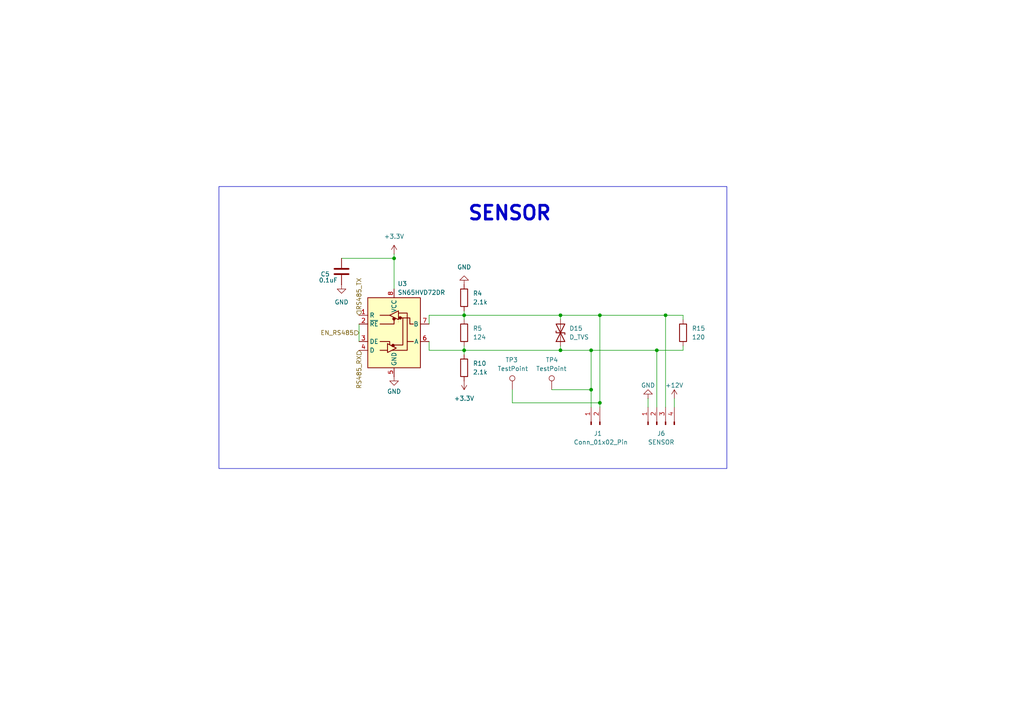
<source format=kicad_sch>
(kicad_sch (version 20231120) (generator "eeschema") (generator_version "8.0")
  (paper "A4")
  (lib_symbols
    (symbol "Connector:Conn_01x02_Pin" (pin_names (offset 1.016) hide)
      (property "Reference" "J" (at 0 2.54 0))
      (property "Value" "Conn_01x02_Pin" (at 0 -5.08 0))
      (symbol "Conn_01x02_Pin_1_1"
        (polyline (pts (xy 1.27 -2.54) (xy 0.8636 -2.54)) (stroke (width 0.1524)))
        (polyline (pts (xy 1.27 0) (xy 0.8636 0)) (stroke (width 0.1524)))
        (rectangle (start 0.8636 -2.413) (end 0 -2.667) (stroke (width 0.1524)) (fill (type outline)))
        (rectangle (start 0.8636 0.127) (end 0 -0.127) (stroke (width 0.1524)) (fill (type outline)))
        (pin passive line (at 5.08 0 180) (length 3.81) (name "Pin_1") (number "1"))
        (pin passive line (at 5.08 -2.54 180) (length 3.81) (name "Pin_2") (number "2"))
      )
    )
    (symbol "Connector:Conn_01x04_Pin" (pin_names (offset 1.016) hide)
      (property "Reference" "J" (at 0 5.08 0))
      (property "Value" "Conn_01x04_Pin" (at 0 -7.62 0))
      (symbol "Conn_01x04_Pin_1_1"
        (polyline (pts (xy 1.27 -5.08) (xy 0.8636 -5.08)) (stroke (width 0.1524)))
        (polyline (pts (xy 1.27 -2.54) (xy 0.8636 -2.54)) (stroke (width 0.1524)))
        (polyline (pts (xy 1.27 0) (xy 0.8636 0)) (stroke (width 0.1524)))
        (polyline (pts (xy 1.27 2.54) (xy 0.8636 2.54)) (stroke (width 0.1524)))
        (rectangle (start 0.8636 -4.953) (end 0 -5.207) (stroke (width 0.1524)) (fill (type outline)))
        (rectangle (start 0.8636 -2.413) (end 0 -2.667) (stroke (width 0.1524)) (fill (type outline)))
        (rectangle (start 0.8636 0.127) (end 0 -0.127) (stroke (width 0.1524)) (fill (type outline)))
        (rectangle (start 0.8636 2.667) (end 0 2.413) (stroke (width 0.1524)) (fill (type outline)))
        (pin passive line (at 5.08 2.54 180) (length 3.81) (name "Pin_1") (number "1"))
        (pin passive line (at 5.08 0 180) (length 3.81) (name "Pin_2") (number "2"))
        (pin passive line (at 5.08 -2.54 180) (length 3.81) (name "Pin_3") (number "3"))
        (pin passive line (at 5.08 -5.08 180) (length 3.81) (name "Pin_4") (number "4"))
      )
    )
    (symbol "Connector:TestPoint" (pin_numbers hide) (pin_names (offset 0.762) hide)
      (property "Reference" "TP" (at 0 6.858 0))
      (property "Value" "TestPoint" (at 0 5.08 0))
      (symbol "TestPoint_0_1"
        (circle (center 0 3.302) (radius 0.762))
      )
      (symbol "TestPoint_1_1"
        (pin passive line (at 0 0 90) (length 2.54) (name "1") (number "1"))
      )
    )
    (symbol "Device:C" (pin_numbers hide) (pin_names (offset 0.254))
      (property "Reference" "C" (at 0.635 2.54 0))
      (property "Value" "C" (at 0.635 -2.54 0))
      (symbol "C_0_1"
        (polyline (pts (xy -2.032 -0.762) (xy 2.032 -0.762)) (stroke (width 0.508)))
        (polyline (pts (xy -2.032 0.762) (xy 2.032 0.762)) (stroke (width 0.508)))
      )
      (symbol "C_1_1"
        (pin passive line (at 0 3.81 270) (length 2.794) (name "~") (number "1"))
        (pin passive line (at 0 -3.81 90) (length 2.794) (name "~") (number "2"))
      )
    )
    (symbol "Device:D_TVS" (pin_numbers hide) (pin_names (offset 1.016) hide)
      (property "Reference" "D" (at 0 2.54 0))
      (property "Value" "D_TVS" (at 0 -2.54 0))
      (symbol "D_TVS_0_1"
        (polyline (pts (xy 1.27 0) (xy -1.27 0)))
        (polyline (pts (xy 0.508 1.27) (xy 0 1.27) (xy 0 -1.27) (xy -0.508 -1.27)) (stroke (width 0.254)))
        (polyline (pts (xy -2.54 1.27) (xy -2.54 -1.27) (xy 2.54 1.27) (xy 2.54 -1.27) (xy -2.54 1.27)) (stroke (width 0.254)))
      )
      (symbol "D_TVS_1_1"
        (pin passive line (at -3.81 0 0) (length 2.54) (name "A1") (number "1"))
        (pin passive line (at 3.81 0 180) (length 2.54) (name "A2") (number "2"))
      )
    )
    (symbol "Device:R" (pin_numbers hide) (pin_names (offset 0))
      (property "Reference" "R" (at 2.032 0 90))
      (property "Value" "R" (at 0 0 90))
      (symbol "R_0_1"
        (rectangle (start -1.016 -2.54) (end 1.016 2.54) (stroke (width 0.254)))
      )
      (symbol "R_1_1"
        (pin passive line (at 0 3.81 270) (length 1.27) (name "~") (number "1"))
        (pin passive line (at 0 -3.81 90) (length 1.27) (name "~") (number "2"))
      )
    )
    (symbol "Interface_UART:SN65HVD11HD"
      (property "Reference" "U" (at -7.62 12.7 0))
      (property "Value" "SN65HVD11HD" (at 2.54 12.7 0))
      (symbol "SN65HVD11HD_0_1"
        (rectangle (start -7.62 10.16) (end 7.62 -10.16) (stroke (width 0.254)) (fill (type background)))
        (circle (center -0.3048 -3.683) (radius 0.3556) (stroke (width 0.254)) (fill (type outline)))
        (circle (center -0.0254 4.0386) (radius 0.3556) (stroke (width 0.254)) (fill (type outline)))
        (polyline (pts (xy -4.064 -5.08) (xy -1.905 -5.08)) (stroke (width 0.254)))
        (polyline (pts (xy -4.064 5.08) (xy -1.27 5.08)) (stroke (width 0.254)))
        (polyline (pts (xy -1.27 -3.2004) (xy -1.27 -3.4544)) (stroke (width 0.254)))
        (polyline (pts (xy -4.064 -2.54) (xy -1.27 -2.54) (xy -1.27 -3.175)) (stroke (width 0.254)))
        (polyline (pts (xy 0 3.81) (xy 0 2.54) (xy -4.064 2.54)) (stroke (width 0.254)))
        (polyline (pts (xy 1.27 5.715) (xy 3.81 5.715) (xy 3.81 -2.54)) (stroke (width 0.254)))
        (polyline (pts (xy 2.54 4.318) (xy 2.54 -3.556) (xy -0.254 -3.556)) (stroke (width 0.254)))
        (polyline (pts (xy -1.905 -3.175) (xy -1.905 -5.715) (xy 0.635 -4.445) (xy -1.905 -3.175)) (stroke (width 0.254)))
        (polyline (pts (xy -1.27 5.08) (xy 1.27 6.35) (xy 1.27 3.81) (xy -1.27 5.08)) (stroke (width 0.254)))
        (polyline (pts (xy -0.508 -5.08) (xy 3.81 -5.08) (xy 3.81 -2.54) (xy 5.588 -2.54)) (stroke (width 0.254)))
        (polyline (pts (xy 2.032 4.318) (xy 4.572 4.318) (xy 4.572 2.54) (xy 5.588 2.54)) (stroke (width 0.254)))
        (rectangle (start 1.27 3.175) (end 1.27 3.175))
        (circle (center 1.778 4.318) (radius 0.3556) (stroke (width 0.254)) (fill (type outline)))
      )
      (symbol "SN65HVD11HD_1_1"
        (pin output line (at -10.16 5.08 0) (length 2.54) (name "R") (number "1"))
        (pin input line (at -10.16 2.54 0) (length 2.54) (name "~{RE}") (number "2"))
        (pin input line (at -10.16 -2.54 0) (length 2.54) (name "DE") (number "3"))
        (pin input line (at -10.16 -5.08 0) (length 2.54) (name "D") (number "4"))
        (pin power_in line (at 0 -12.7 90) (length 2.54) (name "GND") (number "5"))
        (pin bidirectional line (at 10.16 -2.54 180) (length 2.54) (name "A") (number "6"))
        (pin bidirectional line (at 10.16 2.54 180) (length 2.54) (name "B") (number "7"))
        (pin power_in line (at 0 12.7 270) (length 2.54) (name "VCC") (number "8"))
      )
    )
    (symbol "power:+12V" (power) (pin_numbers hide) (pin_names (offset 0) hide)
      (property "Value" "+12V" (at 0 3.556 0))
      (symbol "+12V_0_1"
        (polyline (pts (xy -0.762 1.27) (xy 0 2.54)))
        (polyline (pts (xy 0 0) (xy 0 2.54)))
        (polyline (pts (xy 0 2.54) (xy 0.762 1.27)))
      )
      (symbol "+12V_1_1"
        (pin power_in line (at 0 0 90) (length 0) (name "~") (number "1"))
      )
    )
    (symbol "power:+3.3V" (power) (pin_numbers hide) (pin_names (offset 0) hide)
      (property "Value" "+3.3V" (at 0 3.556 0))
      (symbol "+3.3V_0_1"
        (polyline (pts (xy -0.762 1.27) (xy 0 2.54)))
        (polyline (pts (xy 0 0) (xy 0 2.54)))
        (polyline (pts (xy 0 2.54) (xy 0.762 1.27)))
      )
      (symbol "+3.3V_1_1"
        (pin power_in line (at 0 0 90) (length 0) (name "~") (number "1"))
      )
    )
    (symbol "power:GND" (power) (pin_numbers hide) (pin_names (offset 0) hide)
      (property "Value" "GND" (at 0 -3.81 0))
      (symbol "GND_0_1"
        (polyline (pts (xy 0 0) (xy 0 -1.27) (xy 1.27 -1.27) (xy 0 -2.54) (xy -1.27 -1.27) (xy 0 -1.27)))
      )
      (symbol "GND_1_1"
        (pin power_in line (at 0 0 270) (length 0) (name "~") (number "1"))
      )
    )
  )
  (junction (at 173.99 91.44))
  (junction (at 171.45 101.6))
  (junction (at 162.56 91.44))
  (junction (at 171.45 113.03))
  (junction (at 173.99 116.84))
  (junction (at 134.62 91.44))
  (junction (at 190.5 101.6))
  (junction (at 134.62 101.6))
  (junction (at 162.56 101.6))
  (junction (at 114.3 74.93))
  (junction (at 193.04 91.44))
  (wire (pts (xy 134.62 101.6) (xy 134.62 102.87)))
  (wire (pts (xy 134.62 90.17) (xy 134.62 91.44)))
  (wire (pts (xy 198.12 101.6) (xy 190.5 101.6)))
  (wire (pts (xy 124.46 101.6) (xy 134.62 101.6)))
  (wire (pts (xy 198.12 91.44) (xy 198.12 92.71)))
  (wire (pts (xy 198.12 100.33) (xy 198.12 101.6)))
  (wire (pts (xy 124.46 99.06) (xy 124.46 101.6)))
  (wire (pts (xy 171.45 113.03) (xy 171.45 118.11)))
  (wire (pts (xy 173.99 91.44) (xy 193.04 91.44)))
  (wire (pts (xy 104.14 93.98) (xy 104.14 99.06)))
  (wire (pts (xy 114.3 73.66) (xy 114.3 74.93)))
  (wire (pts (xy 160.02 113.03) (xy 171.45 113.03)))
  (wire (pts (xy 99.06 74.93) (xy 114.3 74.93)))
  (wire (pts (xy 173.99 91.44) (xy 162.56 91.44)))
  (wire (pts (xy 171.45 101.6) (xy 162.56 101.6)))
  (wire (pts (xy 134.62 91.44) (xy 162.56 91.44)))
  (wire (pts (xy 162.56 91.44) (xy 162.56 92.71)))
  (wire (pts (xy 171.45 101.6) (xy 190.5 101.6)))
  (wire (pts (xy 162.56 100.33) (xy 162.56 101.6)))
  (wire (pts (xy 190.5 101.6) (xy 190.5 118.11)))
  (wire (pts (xy 134.62 101.6) (xy 162.56 101.6)))
  (wire (pts (xy 148.59 113.03) (xy 148.59 116.84)))
  (wire (pts (xy 134.62 91.44) (xy 134.62 92.71)))
  (wire (pts (xy 148.59 116.84) (xy 173.99 116.84)))
  (wire (pts (xy 187.96 118.11) (xy 187.96 115.57)))
  (wire (pts (xy 134.62 100.33) (xy 134.62 101.6)))
  (wire (pts (xy 173.99 116.84) (xy 173.99 118.11)))
  (wire (pts (xy 193.04 91.44) (xy 193.04 118.11)))
  (wire (pts (xy 114.3 74.93) (xy 114.3 83.82)))
  (wire (pts (xy 124.46 91.44) (xy 124.46 93.98)))
  (wire (pts (xy 198.12 91.44) (xy 193.04 91.44)))
  (wire (pts (xy 124.46 91.44) (xy 134.62 91.44)))
  (wire (pts (xy 173.99 91.44) (xy 173.99 116.84)))
  (wire (pts (xy 195.58 118.11) (xy 195.58 115.57)))
  (wire (pts (xy 171.45 101.6) (xy 171.45 113.03)))
  (rectangle (start 63.5 54.102) (end 210.82 135.89))
  (text "SENSOR\n" (at 147.828 61.976 0) (effects (font (size 4 4) (bold yes))))
  (hierarchical_label "RS485_TX" (shape input) (at 104.14 91.44 90))
  (hierarchical_label "RS485_RX" (shape input) (at 104.14 101.6 270))
  (hierarchical_label "EN_RS485" (shape input) (at 104.14 96.52 180))
  (symbol (lib_id "power:GND") (at 114.3 109.22 0) (unit 1)
    (property "Reference" "#PWR022" (effects (hide yes)))
    (property "Value" "GND" (at 114.3 113.538 0))
    (property "Description" "Power symbol creates a global label with name \"GND\" , ground" (effects (hide yes)))
  )
  (symbol (lib_id "power:GND") (at 134.62 82.55 180) (unit 1)
    (property "Reference" "#PWR023" (effects (hide yes)))
    (property "Value" "GND" (at 134.62 77.47 0))
    (property "Description" "Power symbol creates a global label with name \"GND\" , ground" (effects (hide yes)))
  )
  (symbol (lib_id "power:+12V") (at 195.58 115.57 0) (unit 1)
    (property "Reference" "#PWR037" (effects (hide yes)))
    (property "Value" "+12V" (at 195.58 111.76 0))
    (property "Description" "Power symbol creates a global label with name \"+12V\"" (effects (hide yes)))
  )
  (symbol (lib_id "Connector:Conn_01x02_Pin") (at 171.45 123.19 90) (unit 1)
    (property "Reference" "J1" (at 172.212 125.73 90) (effects (justify right)))
    (property "Value" "Conn_01x02_Pin" (at 166.37 128.27 90) (effects (justify right)))
    (property "Footprint" "hydroB:Din sensor" (effects (hide yes)))
  )
  (symbol (lib_id "power:GND") (at 99.06 82.55 0) (unit 1)
    (property "Reference" "#PWR020" (effects (hide yes)))
    (property "Value" "GND" (at 99.06 87.63 0))
    (property "Description" "Power symbol creates a global label with name \"GND\" , ground" (effects (hide yes)))
  )
  (symbol (lib_id "Connector:TestPoint") (at 148.59 113.03 0) (unit 1)
    (property "Reference" "TP3" (at 146.558 104.394 0) (effects (justify left)))
    (property "Value" "TestPoint" (at 144.272 106.934 0) (effects (justify left)))
    (property "Footprint" "TestPoint:TestPoint_Loop_D1.80mm_Drill1.0mm_Beaded" (effects (hide yes)))
    (property "Description" "test point" (effects (hide yes)))
  )
  (symbol (lib_id "Device:R") (at 134.62 96.52 180) (unit 1)
    (property "Reference" "R5" (at 137.16 95.2499 0) (effects (justify right)))
    (property "Value" "124" (at 137.16 97.7899 0) (effects (justify right)))
    (property "Footprint" "Resistor_SMD:R_0603_1608Metric" (effects (hide yes)))
    (property "Description" "62.5mW Thick Film Resistors 50V ±100ppm/℃ ±1% 10kΩ 0402" (effects (hide yes)))
    (property "MFR" "0402WGF1002TCE" (effects (hide yes)))
    (property "LCSC" "C25744" (effects (hide yes)))
  )
  (symbol (lib_id "Interface_UART:SN65HVD11HD") (at 114.3 96.52 0) (unit 1)
    (property "Reference" "U3" (at 115.316 82.296 0) (effects (justify left)))
    (property "Value" "SN65HVD72DR" (at 115.316 84.836 0) (effects (justify left)))
    (property "Footprint" "Package_SO:SOIC-8_3.9x4.9mm_P1.27mm" (effects (hide yes)))
    (property "Datasheet" "https://wmsc.lcsc.com/wmsc/upload/file/pdf/v2/lcsc/1810161612_Texas-Instruments-SN65HVD72DR_C48125.pdf" (effects (hide yes)))
    (property "Description" "3.3V, RS-485 Transceiver, SOIC-8" (effects (hide yes)))
    (property "LCSC" " C48125" (effects (hide yes)))
    (property "MFR.Part" "SN65HVD72DR" (effects (hide yes)))
  )
  (symbol (lib_id "Device:C") (at 99.06 78.74 0) (unit 1)
    (property "Reference" "C5" (at 92.964 79.502 0) (effects (justify left)))
    (property "Value" "0.1uF" (at 92.456 81.2801 0) (effects (justify left)))
    (property "Footprint" "Capacitor_SMD:C_0603_1608Metric" (effects (hide yes)))
    (property "Description" "50V 100nF X7R ±10% 0402" (effects (hide yes)))
    (property "MFR" "CL05B104KB54PNC" (effects (hide yes)))
    (property "LCSC" "C307331" (effects (hide yes)))
  )
  (symbol (lib_id "Device:R") (at 198.12 96.52 180) (unit 1)
    (property "Reference" "R15" (at 200.66 95.2499 0) (effects (justify right)))
    (property "Value" "120" (at 200.66 97.7899 0) (effects (justify right)))
    (property "Footprint" "Resistor_SMD:R_0603_1608Metric" (effects (hide yes)))
    (property "Description" "62.5mW Thick Film Resistors 50V ±100ppm/℃ ±1% 10kΩ 0402" (effects (hide yes)))
    (property "MFR" "0402WGF1002TCE" (effects (hide yes)))
    (property "LCSC" "C25744" (effects (hide yes)))
  )
  (symbol (lib_id "Device:D_TVS") (at 162.56 96.52 90) (unit 1)
    (property "Reference" "D15" (at 165.1 95.2499 90) (effects (justify right)))
    (property "Value" "D_TVS" (at 165.1 97.79 90) (effects (justify right)))
    (property "Footprint" "Diode_SMD:D_SOD-123F" (effects (hide yes)))
    (property "Description" "Bidirectional transient-voltage-suppression diode" (effects (hide yes)))
  )
  (symbol (lib_id "power:+3.3V") (at 114.3 73.66 0) (unit 1)
    (property "Reference" "#PWR013" (effects (hide yes)))
    (property "Value" "+3.3V" (at 114.3 68.58 0))
    (property "Description" "Power symbol creates a global label with name \"+3.3V\"" (effects (hide yes)))
  )
  (symbol (lib_id "power:GND") (at 187.96 115.57 180) (unit 1)
    (property "Reference" "#PWR025" (effects (hide yes)))
    (property "Value" "GND" (at 187.96 111.76 0))
    (property "Description" "Power symbol creates a global label with name \"GND\" , ground" (effects (hide yes)))
  )
  (symbol (lib_id "Connector:TestPoint") (at 160.02 113.03 0) (unit 1)
    (property "Reference" "TP4" (at 158.242 104.394 0) (effects (justify left)))
    (property "Value" "TestPoint" (at 155.448 106.934 0) (effects (justify left)))
    (property "Footprint" "TestPoint:TestPoint_Loop_D1.80mm_Drill1.0mm_Beaded" (effects (hide yes)))
    (property "Description" "test point" (effects (hide yes)))
  )
  (symbol (lib_id "Connector:Conn_01x04_Pin") (at 190.5 123.19 90) (unit 1)
    (property "Reference" "J6" (at 191.77 125.73 90))
    (property "Value" "SENSOR" (at 191.77 128.27 90))
    (property "Footprint" "hydroB:Din sensor 4 Pin" (effects (hide yes)))
    (property "Description" "Generic connector, single row, 01x04, script generated" (effects (hide yes)))
  )
  (symbol (lib_id "power:+3.3V") (at 134.62 110.49 180) (unit 1)
    (property "Reference" "#PWR04" (effects (hide yes)))
    (property "Value" "+3.3V" (at 134.62 115.57 0))
    (property "Description" "Power symbol creates a global label with name \"+3.3V\"" (effects (hide yes)))
  )
  (symbol (lib_id "Device:R") (at 134.62 86.36 180) (unit 1)
    (property "Reference" "R4" (at 137.16 85.0899 0) (effects (justify right)))
    (property "Value" "2.1k" (at 137.16 87.6299 0) (effects (justify right)))
    (property "Footprint" "Resistor_SMD:R_0603_1608Metric" (effects (hide yes)))
    (property "Description" "62.5mW Thick Film Resistors 50V ±100ppm/℃ ±1% 10kΩ 0402" (effects (hide yes)))
    (property "MFR" "0402WGF1002TCE" (effects (hide yes)))
    (property "LCSC" "C25744" (effects (hide yes)))
  )
  (symbol (lib_id "Device:R") (at 134.62 106.68 180) (unit 1)
    (property "Reference" "R10" (at 137.16 105.4099 0) (effects (justify right)))
    (property "Value" "2.1k" (at 137.16 107.9499 0) (effects (justify right)))
    (property "Footprint" "Resistor_SMD:R_0603_1608Metric" (effects (hide yes)))
    (property "Description" "62.5mW Thick Film Resistors 50V ±100ppm/℃ ±1% 10kΩ 0402" (effects (hide yes)))
    (property "MFR" "0402WGF1002TCE" (effects (hide yes)))
    (property "LCSC" "C25744" (effects (hide yes)))
  )
)
</source>
